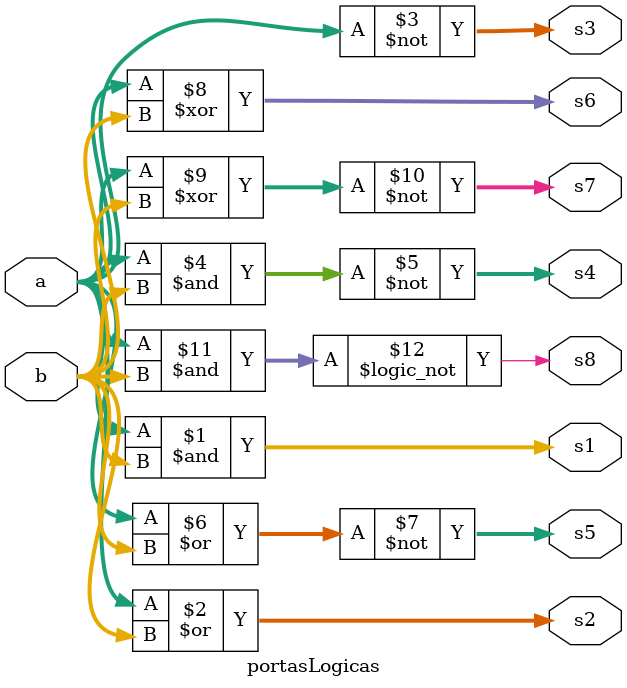
<source format=v>
module portasLogicas(
	input [2:0] a,b,
	output [2:0] s1,s2,s3,s4,s5,s6,s7,
	output s8
);

assign s1 = a & b;
assign s2 = a | b;
assign s3 = ~a;
assign s4 = ~(a & b);
assign s5 = ~(a | b);
assign s6 = a ^ b;
assign s7 = ~(a ^ b);
assign s8 = !(a & b);

endmodule 
</source>
